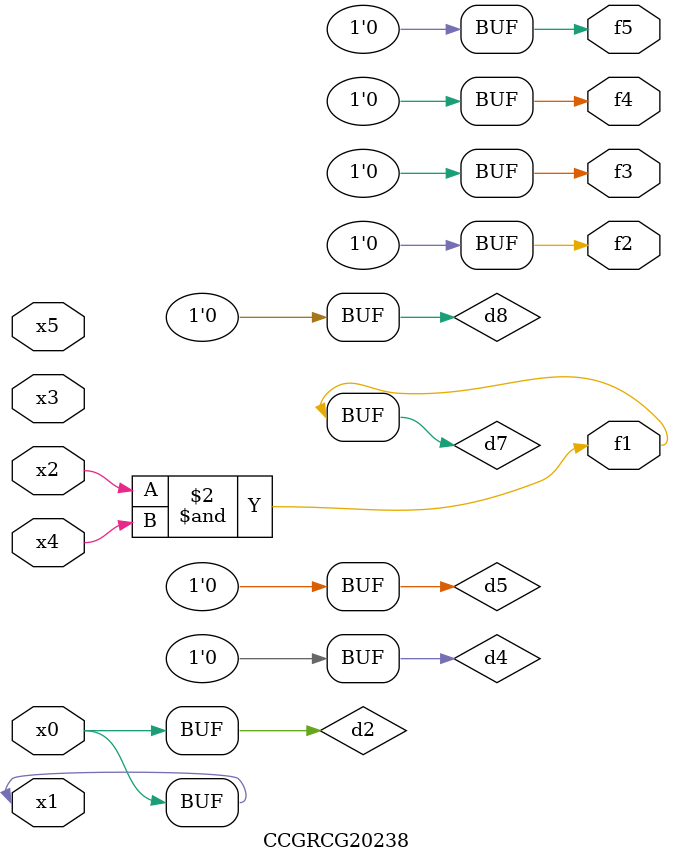
<source format=v>
module CCGRCG20238(
	input x0, x1, x2, x3, x4, x5,
	output f1, f2, f3, f4, f5
);

	wire d1, d2, d3, d4, d5, d6, d7, d8, d9;

	nand (d1, x1);
	buf (d2, x0, x1);
	nand (d3, x2, x4);
	and (d4, d1, d2);
	and (d5, d1, d2);
	nand (d6, d1, d3);
	not (d7, d3);
	xor (d8, d5);
	nor (d9, d5, d6);
	assign f1 = d7;
	assign f2 = d8;
	assign f3 = d8;
	assign f4 = d8;
	assign f5 = d8;
endmodule

</source>
